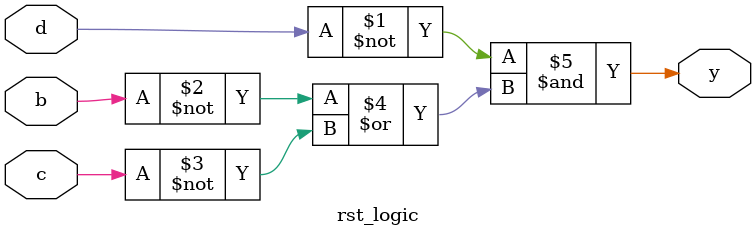
<source format=v>
module rst_logic(input b,c,d,output y);
assign y = ~d & (~b | ~c);
endmodule

</source>
